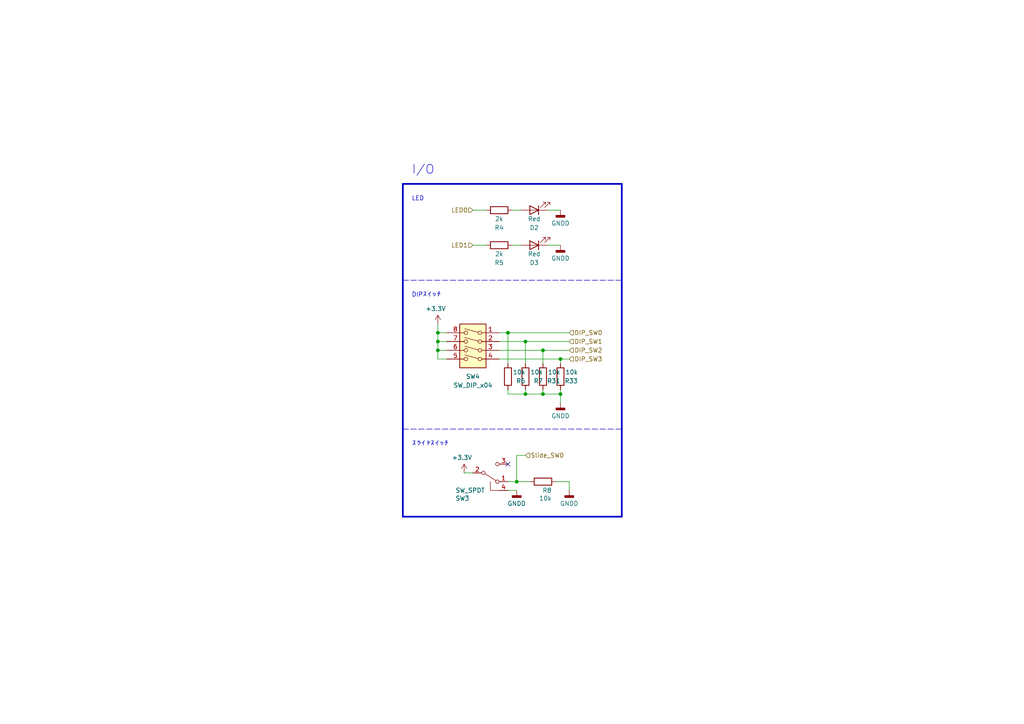
<source format=kicad_sch>
(kicad_sch (version 20230121) (generator eeschema)
  (paper "A4")
  (lib_symbols
    (symbol "Device:LED" (pin_numbers hide) (pin_names (offset 1.016) hide)
      (property "Reference" "D" (at 0 2.54 0))
      (property "Value" "LED" (at 0 -2.54 0))
      (symbol "LED_0_1"
        (polyline (pts (xy -1.27 -1.27) (xy -1.27 1.27)) (stroke (width 0.254)))
        (polyline (pts (xy -1.27 0) (xy 1.27 0)))
        (polyline (pts (xy 1.27 -1.27) (xy 1.27 1.27) (xy -1.27 0) (xy 1.27 -1.27)) (stroke (width 0.254)))
        (polyline (pts (xy -3.048 -0.762) (xy -4.572 -2.286) (xy -3.81 -2.286) (xy -4.572 -2.286) (xy -4.572 -1.524)))
        (polyline (pts (xy -1.778 -0.762) (xy -3.302 -2.286) (xy -2.54 -2.286) (xy -3.302 -2.286) (xy -3.302 -1.524)))
      )
      (symbol "LED_1_1"
        (pin passive line (at -3.81 0 0) (length 2.54) (name "K") (number "1"))
        (pin passive line (at 3.81 0 180) (length 2.54) (name "A") (number "2"))
      )
    )
    (symbol "Device:R" (pin_numbers hide) (pin_names (offset 0))
      (property "Reference" "R" (at 2.032 0 90))
      (property "Value" "R" (at 0 0 90))
      (symbol "R_0_1"
        (rectangle (start -1.016 -2.54) (end 1.016 2.54) (stroke (width 0.254)))
      )
      (symbol "R_1_1"
        (pin passive line (at 0 3.81 270) (length 1.27) (name "~") (number "1"))
        (pin passive line (at 0 -3.81 90) (length 1.27) (name "~") (number "2"))
      )
    )
    (symbol "Switch:SW_DIP_x04" (pin_names (offset 0) hide)
      (property "Reference" "SW" (at 0 8.89 0))
      (property "Value" "SW_DIP_x04" (at 0 -6.35 0))
      (symbol "SW_DIP_x04_0_0"
        (circle (center -2.032 -2.54) (radius 0.508))
        (circle (center -2.032 0) (radius 0.508))
        (circle (center -2.032 2.54) (radius 0.508))
        (circle (center -2.032 5.08) (radius 0.508))
        (polyline (pts (xy -1.524 -2.3876) (xy 2.3622 -1.3462)))
        (polyline (pts (xy -1.524 0.127) (xy 2.3622 1.1684)))
        (polyline (pts (xy -1.524 2.667) (xy 2.3622 3.7084)))
        (polyline (pts (xy -1.524 5.207) (xy 2.3622 6.2484)))
        (circle (center 2.032 -2.54) (radius 0.508))
        (circle (center 2.032 0) (radius 0.508))
        (circle (center 2.032 2.54) (radius 0.508))
        (circle (center 2.032 5.08) (radius 0.508))
      )
      (symbol "SW_DIP_x04_0_1"
        (rectangle (start -3.81 7.62) (end 3.81 -5.08) (stroke (width 0.254)) (fill (type background)))
      )
      (symbol "SW_DIP_x04_1_1"
        (pin passive line (at -7.62 5.08 0) (length 5.08) (name "~") (number "1"))
        (pin passive line (at -7.62 2.54 0) (length 5.08) (name "~") (number "2"))
        (pin passive line (at -7.62 0 0) (length 5.08) (name "~") (number "3"))
        (pin passive line (at -7.62 -2.54 0) (length 5.08) (name "~") (number "4"))
        (pin passive line (at 7.62 -2.54 180) (length 5.08) (name "~") (number "5"))
        (pin passive line (at 7.62 0 180) (length 5.08) (name "~") (number "6"))
        (pin passive line (at 7.62 2.54 180) (length 5.08) (name "~") (number "7"))
        (pin passive line (at 7.62 5.08 180) (length 5.08) (name "~") (number "8"))
      )
    )
    (symbol "Switch:SW_SPDT" (pin_names (offset 0) hide)
      (property "Reference" "SW3" (at -7.62 7.3914 0))
      (property "Value" "SW_SPDT" (at -7.62 5.08 0))
      (symbol "SW_SPDT_0_0"
        (circle (center -2.032 0) (radius 0.508))
        (circle (center 2.032 -2.54) (radius 0.508))
      )
      (symbol "SW_SPDT_0_1"
        (polyline (pts (xy -1.524 0.254) (xy 1.651 2.286)))
        (polyline (pts (xy 2.54 5.08) (xy 0 5.08) (xy 0 2.54)))
        (circle (center 2.032 2.54) (radius 0.508))
      )
      (symbol "SW_SPDT_1_1"
        (pin passive line (at 5.08 2.54 180) (length 2.54) (name "A") (number "1"))
        (pin passive line (at -5.08 0 0) (length 2.54) (name "B") (number "2"))
        (pin passive line (at 5.08 -2.54 180) (length 2.54) (name "C") (number "3"))
        (pin passive line (at 5.08 5.08 180) (length 2.54) (name "shell") (number "4"))
        (pin passive line (at 5.08 5.08 180) (length 2.54) hide (name "shell") (number "5"))
      )
    )
    (symbol "power:+3.3V" (power) (pin_names (offset 0))
      (property "Value" "+3.3V" (at 0 3.556 0))
      (symbol "+3.3V_0_1"
        (polyline (pts (xy -0.762 1.27) (xy 0 2.54)))
        (polyline (pts (xy 0 0) (xy 0 2.54)))
        (polyline (pts (xy 0 2.54) (xy 0.762 1.27)))
      )
      (symbol "+3.3V_1_1"
        (pin power_in line (at 0 0 90) (length 0) hide (name "+3.3V") (number "1"))
      )
    )
    (symbol "power:GNDD" (power) (pin_names (offset 0))
      (property "Value" "GNDD" (at 0 -3.175 0))
      (symbol "GNDD_0_1"
        (rectangle (start -1.27 -1.524) (end 1.27 -2.032) (stroke (width 0.254)) (fill (type outline)))
        (polyline (pts (xy 0 0) (xy 0 -1.524)))
      )
      (symbol "GNDD_1_1"
        (pin power_in line (at 0 0 270) (length 0) hide (name "GNDD") (number "1"))
      )
    )
  )
  (junction (at 157.48 101.6))
  (junction (at 157.48 114.3))
  (junction (at 147.32 96.52))
  (junction (at 127 99.06))
  (junction (at 127 96.52))
  (junction (at 162.56 114.3))
  (junction (at 162.56 104.14))
  (junction (at 149.86 139.7))
  (junction (at 152.4 99.06))
  (junction (at 127 101.6))
  (junction (at 152.4 114.3))
  (no_connect (at 147.32 134.62))
  (wire (pts (xy 144.78 104.14) (xy 162.56 104.14)))
  (wire (pts (xy 134.62 137.16) (xy 137.16 137.16)))
  (wire (pts (xy 158.75 71.12) (xy 162.56 71.12)))
  (wire (pts (xy 152.4 99.06) (xy 165.1 99.06)))
  (wire (pts (xy 152.4 114.3) (xy 147.32 114.3)))
  (wire (pts (xy 137.16 71.12) (xy 140.97 71.12)))
  (polyline (pts (xy 116.84 124.46) (xy 180.34 124.46)) (stroke (width 0) (type dash)))
  (wire (pts (xy 137.16 60.96) (xy 140.97 60.96)))
  (wire (pts (xy 127 93.98) (xy 127 96.52)))
  (wire (pts (xy 144.78 96.52) (xy 147.32 96.52)))
  (wire (pts (xy 127 104.14) (xy 127 101.6)))
  (wire (pts (xy 147.32 139.7) (xy 149.86 139.7)))
  (polyline (pts (xy 116.84 149.86) (xy 116.84 53.34)) (stroke (width 0.5) (type solid)))
  (wire (pts (xy 161.29 139.7) (xy 165.1 139.7)))
  (wire (pts (xy 129.54 104.14) (xy 127 104.14)))
  (wire (pts (xy 157.48 101.6) (xy 165.1 101.6)))
  (wire (pts (xy 152.4 114.3) (xy 152.4 113.03)))
  (wire (pts (xy 152.4 105.41) (xy 152.4 99.06)))
  (wire (pts (xy 147.32 96.52) (xy 165.1 96.52)))
  (wire (pts (xy 127 99.06) (xy 129.54 99.06)))
  (wire (pts (xy 162.56 104.14) (xy 165.1 104.14)))
  (wire (pts (xy 144.78 99.06) (xy 152.4 99.06)))
  (polyline (pts (xy 116.84 81.28) (xy 180.34 81.28)) (stroke (width 0) (type dash)))
  (wire (pts (xy 148.59 60.96) (xy 151.13 60.96)))
  (wire (pts (xy 157.48 114.3) (xy 157.48 113.03)))
  (wire (pts (xy 127 101.6) (xy 127 99.06)))
  (wire (pts (xy 147.32 114.3) (xy 147.32 113.03)))
  (wire (pts (xy 157.48 114.3) (xy 152.4 114.3)))
  (wire (pts (xy 147.32 142.24) (xy 149.86 142.24)))
  (wire (pts (xy 162.56 104.14) (xy 162.56 105.41)))
  (wire (pts (xy 157.48 101.6) (xy 157.48 105.41)))
  (wire (pts (xy 127 101.6) (xy 129.54 101.6)))
  (wire (pts (xy 148.59 71.12) (xy 151.13 71.12)))
  (polyline (pts (xy 116.84 53.34) (xy 180.34 53.34)) (stroke (width 0.5) (type solid)))
  (wire (pts (xy 127 96.52) (xy 127 99.06)))
  (wire (pts (xy 158.75 60.96) (xy 162.56 60.96)))
  (wire (pts (xy 162.56 114.3) (xy 162.56 113.03)))
  (wire (pts (xy 165.1 142.24) (xy 165.1 139.7)))
  (polyline (pts (xy 180.34 149.86) (xy 180.34 53.34)) (stroke (width 0.5) (type solid)))
  (wire (pts (xy 147.32 96.52) (xy 147.32 105.41)))
  (wire (pts (xy 149.86 132.08) (xy 149.86 139.7)))
  (polyline (pts (xy 116.84 149.86) (xy 180.34 149.86)) (stroke (width 0.5) (type solid)))
  (wire (pts (xy 149.86 139.7) (xy 153.67 139.7)))
  (wire (pts (xy 144.78 101.6) (xy 157.48 101.6)))
  (wire (pts (xy 152.4 132.08) (xy 149.86 132.08)))
  (wire (pts (xy 127 96.52) (xy 129.54 96.52)))
  (wire (pts (xy 162.56 116.84) (xy 162.56 114.3)))
  (wire (pts (xy 162.56 114.3) (xy 157.48 114.3)))
  (text "スライドスイッチ" (at 119.38 129.54 0) (effects (font (size 1.27 1.27)) (justify left bottom)))
  (text "I/O" (at 119.38 50.8 0) (effects (font (size 2.54 2.54)) (justify left bottom)))
  (text "DIPスイッチ" (at 119.38 86.36 0) (effects (font (size 1.27 1.27)) (justify left bottom)))
  (text "LED" (at 119.38 58.42 0) (effects (font (size 1.27 1.27)) (justify left bottom)))
  (hierarchical_label "DIP_SW2" (shape input) (at 165.1 101.6 0))
  (hierarchical_label "DIP_SW1" (shape input) (at 165.1 99.06 0))
  (hierarchical_label "LED1" (shape input) (at 137.16 71.12 180))
  (hierarchical_label "Slide_SW0" (shape input) (at 152.4 132.08 0))
  (hierarchical_label "DIP_SW3" (shape input) (at 165.1 104.14 0))
  (hierarchical_label "LED0" (shape input) (at 137.16 60.96 180))
  (hierarchical_label "DIP_SW0" (shape input) (at 165.1 96.52 0))
  (symbol (lib_id "Device:LED") (at 154.94 60.96 180) (unit 1)
    (property "Reference" "D2" (at 154.94 66.04 0))
    (property "Value" "Red" (at 154.94 63.5 0))
    (property "Footprint" "LED_SMD:LED_0603_1608Metric_Pad1.05x0.95mm_HandSolder" (effects hide))
  )
  (symbol (lib_id "Switch:SW_SPDT") (at 142.24 137.16 0) (mirror x) (unit 1)
    (property "Reference" "SW3" (at 132.08 144.5514 0) (effects (justify left)))
    (property "Value" "SW_SPDT" (at 132.08 142.24 0) (effects (justify left)))
    (property "Footprint" "MyLibrary:SW_Slide_SPDT_SSAJ120100" (effects hide))
  )
  (symbol (lib_id "power:+3.3V") (at 127 93.98 0) (unit 1)
    (property "Reference" "#PWR012" (effects hide))
    (property "Value" "+3.3V" (at 126.365 89.535 0))
    (instances (project "BLDC_Ver1" (path "" (reference "#PWR012") (unit 1))) (project "Control" (path "" (reference "#PWR015") (unit 1))) (project "MD" (path "" (reference "#PWR012") (unit 1))))
  )
  (symbol (lib_id "Device:R") (at 144.78 71.12 270) (mirror x) (unit 1)
    (property "Reference" "R5" (at 144.78 76.2 90))
    (property "Value" "2k" (at 144.78 73.66 90))
    (property "Footprint" "Resistor_SMD:R_0402_1005Metric" (effects hide))
  )
  (symbol (lib_id "power:GNDD") (at 149.86 142.24 0) (unit 1)
    (property "Reference" "#PWR065" (effects hide))
    (property "Value" "GNDD" (at 149.86 146.05 0))
  )
  (symbol (lib_id "power:GNDD") (at 162.56 116.84 0) (unit 1)
    (property "Reference" "#PWR014" (effects hide))
    (property "Value" "GNDD" (at 162.56 120.65 0))
    (instances (project "BLDC_Ver1" (path "" (reference "#PWR014") (unit 1))) (project "Control" (path "" (reference "#PWR017") (unit 1))) (project "MD" (path "" (reference "#PWR014") (unit 1))))
  )
  (symbol (lib_id "power:GNDD") (at 162.56 71.12 0) (unit 1)
    (property "Reference" "#PWR016" (effects hide))
    (property "Value" "GNDD" (at 162.56 74.93 0))
    (instances (project "BLDC_Ver1" (path "" (reference "#PWR016") (unit 1))) (project "Control" (path "" (reference "#PWR019") (unit 1))) (project "MD" (path "" (reference "#PWR016") (unit 1))))
  )
  (symbol (lib_id "Device:R") (at 157.48 139.7 90) (mirror x) (unit 1)
    (property "Reference" "R8" (at 160.02 142.24 90) (effects (justify left)))
    (property "Value" "10k" (at 160.02 144.5514 90) (effects (justify left)))
    (property "Footprint" "Resistor_SMD:R_0402_1005Metric" (effects hide))
  )
  (symbol (lib_id "Device:R") (at 152.4 109.22 180) (unit 1)
    (property "Reference" "R7" (at 157.48 110.49 0) (effects (justify left)))
    (property "Value" "10k" (at 157.48 107.95 0) (effects (justify left)))
    (property "Footprint" "Resistor_SMD:R_0402_1005Metric" (effects hide))
  )
  (symbol (lib_id "Device:LED") (at 154.94 71.12 180) (unit 1)
    (property "Reference" "D3" (at 154.94 76.2 0))
    (property "Value" "Red" (at 154.94 73.66 0))
    (property "Footprint" "LED_SMD:LED_0603_1608Metric_Pad1.05x0.95mm_HandSolder" (effects hide))
  )
  (symbol (lib_id "Device:R") (at 144.78 60.96 270) (mirror x) (unit 1)
    (property "Reference" "R4" (at 144.78 66.04 90))
    (property "Value" "2k" (at 144.78 63.5 90))
    (property "Footprint" "Resistor_SMD:R_0402_1005Metric" (effects hide))
  )
  (symbol (lib_id "Switch:SW_DIP_x04") (at 137.16 101.6 0) (mirror y) (unit 1)
    (property "Reference" "SW4" (at 137.16 109.22 0))
    (property "Value" "SW_DIP_x04" (at 137.16 111.76 0))
    (property "Footprint" "Button_Switch_SMD:SW_DIP_SPSTx04_Slide_Copal_CHS-04B_W7.62mm_P1.27mm" (effects hide))
  )
  (symbol (lib_id "power:GNDD") (at 162.56 60.96 0) (unit 1)
    (property "Reference" "#PWR015" (effects hide))
    (property "Value" "GNDD" (at 162.56 64.77 0))
    (instances (project "BLDC_Ver1" (path "" (reference "#PWR015") (unit 1))) (project "Control" (path "" (reference "#PWR018") (unit 1))) (project "MD" (path "" (reference "#PWR015") (unit 1))))
  )
  (symbol (lib_id "Device:R") (at 157.48 109.22 180) (unit 1)
    (property "Reference" "R31" (at 162.56 110.49 0) (effects (justify left)))
    (property "Value" "10k" (at 162.56 107.95 0) (effects (justify left)))
    (property "Footprint" "Resistor_SMD:R_0402_1005Metric" (effects hide))
  )
  (symbol (lib_id "Device:R") (at 147.32 109.22 180) (unit 1)
    (property "Reference" "R6" (at 152.4 110.49 0) (effects (justify left)))
    (property "Value" "10k" (at 152.4 107.95 0) (effects (justify left)))
    (property "Footprint" "Resistor_SMD:R_0402_1005Metric" (effects hide))
  )
  (symbol (lib_id "power:+3.3V") (at 134.62 137.16 0) (unit 1)
    (property "Reference" "#PWR013" (effects hide))
    (property "Value" "+3.3V" (at 133.985 132.715 0))
    (instances (project "BLDC_Ver1" (path "" (reference "#PWR013") (unit 1))) (project "Control" (path "" (reference "#PWR016") (unit 1))) (project "MD" (path "" (reference "#PWR013") (unit 1))))
  )
  (symbol (lib_id "power:GNDD") (at 165.1 142.24 0) (unit 1)
    (property "Reference" "#PWR017" (effects hide))
    (property "Value" "GNDD" (at 165.1 146.05 0))
    (instances (project "BLDC_Ver1" (path "" (reference "#PWR017") (unit 1))) (project "Control" (path "" (reference "#PWR020") (unit 1))) (project "MD" (path "" (reference "#PWR017") (unit 1))))
  )
  (symbol (lib_id "Device:R") (at 162.56 109.22 180) (unit 1)
    (property "Reference" "R33" (at 167.64 110.49 0) (effects (justify left)))
    (property "Value" "10k" (at 167.64 107.95 0) (effects (justify left)))
    (property "Footprint" "Resistor_SMD:R_0402_1005Metric" (effects hide))
  )
)
</source>
